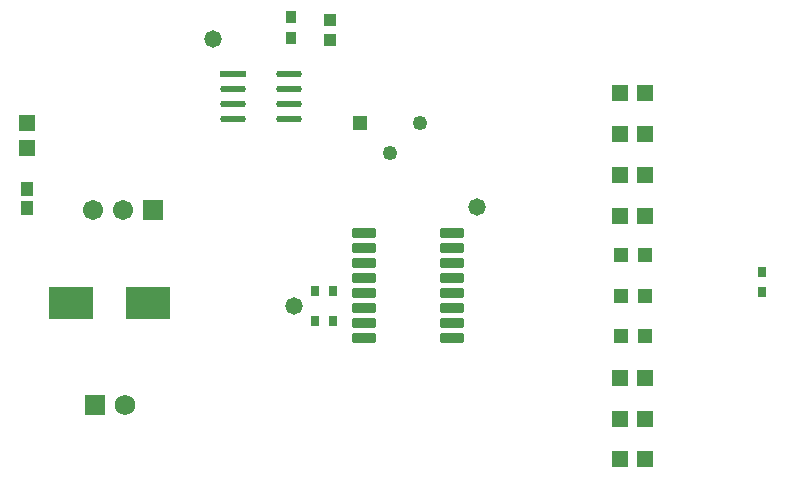
<source format=gts>
G04*
G04 #@! TF.GenerationSoftware,Altium Limited,Altium Designer,25.1.2 (22)*
G04*
G04 Layer_Color=8388736*
%FSLAX44Y44*%
%MOMM*%
G71*
G04*
G04 #@! TF.SameCoordinates,6D4D92B4-A3DC-49D6-99F1-53D89A5D43F5*
G04*
G04*
G04 #@! TF.FilePolarity,Negative*
G04*
G01*
G75*
%ADD18R,1.2000X1.2000*%
%ADD20R,0.6500X0.9000*%
G04:AMPARAMS|DCode=21|XSize=2.1692mm|YSize=0.5821mm|CornerRadius=0.2911mm|HoleSize=0mm|Usage=FLASHONLY|Rotation=0.000|XOffset=0mm|YOffset=0mm|HoleType=Round|Shape=RoundedRectangle|*
%AMROUNDEDRECTD21*
21,1,2.1692,0.0000,0,0,0.0*
21,1,1.5870,0.5821,0,0,0.0*
1,1,0.5821,0.7935,0.0000*
1,1,0.5821,-0.7935,0.0000*
1,1,0.5821,-0.7935,0.0000*
1,1,0.5821,0.7935,0.0000*
%
%ADD21ROUNDEDRECTD21*%
%ADD23R,0.8000X0.9000*%
%ADD24R,2.1692X0.5821*%
%ADD25R,1.0582X1.2061*%
%ADD26R,0.9000X1.0000*%
%ADD27R,1.0621X1.0637*%
G04:AMPARAMS|DCode=28|XSize=0.8532mm|YSize=2.0532mm|CornerRadius=0.1504mm|HoleSize=0mm|Usage=FLASHONLY|Rotation=270.000|XOffset=0mm|YOffset=0mm|HoleType=Round|Shape=RoundedRectangle|*
%AMROUNDEDRECTD28*
21,1,0.8532,1.7525,0,0,270.0*
21,1,0.5525,2.0532,0,0,270.0*
1,1,0.3007,-0.8762,-0.2763*
1,1,0.3007,-0.8762,0.2763*
1,1,0.3007,0.8762,0.2763*
1,1,0.3007,0.8762,-0.2763*
%
%ADD28ROUNDEDRECTD28*%
%ADD29R,1.4032X1.4032*%
%ADD30R,3.7032X2.7032*%
%ADD31R,1.4032X1.4032*%
%ADD32C,1.7032*%
%ADD33R,1.7532X1.7532*%
%ADD34R,1.7032X1.7032*%
%ADD35C,1.7532*%
%ADD36R,1.2500X1.2500*%
%ADD37C,1.2500*%
%ADD38C,1.4732*%
D18*
X845480Y385917D02*
D03*
Y454968D02*
D03*
Y420442D02*
D03*
X866480Y454968D02*
D03*
Y420442D02*
D03*
Y385917D02*
D03*
D20*
X601860Y398780D02*
D03*
X586860D02*
D03*
Y424180D02*
D03*
X601860D02*
D03*
D21*
X517384Y582930D02*
D03*
Y570230D02*
D03*
X564656Y608330D02*
D03*
X517384Y595630D02*
D03*
X564656Y570230D02*
D03*
Y582930D02*
D03*
Y595630D02*
D03*
D23*
X965200Y440300D02*
D03*
Y423300D02*
D03*
D24*
X517384Y608330D02*
D03*
D25*
X342900Y494909D02*
D03*
Y510931D02*
D03*
D26*
X566420Y638700D02*
D03*
Y656700D02*
D03*
D27*
X599440Y653454D02*
D03*
Y636866D02*
D03*
D28*
X702730Y461010D02*
D03*
X628230Y473710D02*
D03*
Y461010D02*
D03*
Y448310D02*
D03*
Y435610D02*
D03*
Y422910D02*
D03*
Y410210D02*
D03*
Y397510D02*
D03*
Y384810D02*
D03*
X702730Y473710D02*
D03*
Y448310D02*
D03*
Y435610D02*
D03*
Y422910D02*
D03*
Y410210D02*
D03*
Y397510D02*
D03*
Y384810D02*
D03*
D29*
X844730Y488243D02*
D03*
Y316465D02*
D03*
Y522769D02*
D03*
Y281940D02*
D03*
Y591820D02*
D03*
Y350991D02*
D03*
Y557294D02*
D03*
X865730Y281940D02*
D03*
Y316465D02*
D03*
Y350991D02*
D03*
Y488243D02*
D03*
Y522769D02*
D03*
Y557294D02*
D03*
Y591820D02*
D03*
D30*
X445430Y414020D02*
D03*
X380430D02*
D03*
D31*
X342900Y566760D02*
D03*
Y545760D02*
D03*
D32*
X424180Y492760D02*
D03*
X398780D02*
D03*
D33*
X400230Y327660D02*
D03*
D34*
X449580Y492760D02*
D03*
D35*
X425630Y327660D02*
D03*
D36*
X624840Y566420D02*
D03*
D37*
X675640D02*
D03*
X650240Y541020D02*
D03*
D38*
X568960Y411480D02*
D03*
X500380Y637540D02*
D03*
X723900Y495300D02*
D03*
M02*

</source>
